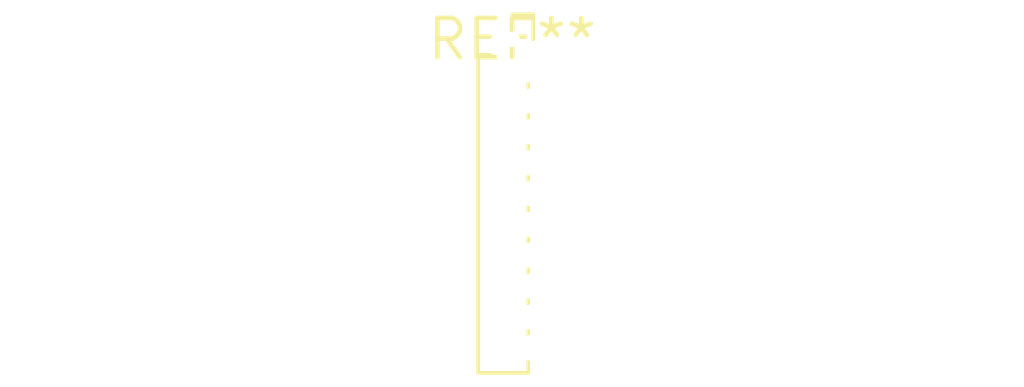
<source format=kicad_pcb>
(kicad_pcb (version 20240108) (generator pcbnew)
  (layers (0 "F.Cu" signal) (31 "B.Cu" signal) (34 "B.Paste" user) (35 "F.Paste" user) (36 "B.SilkS" user "B.Silkscreen") (37 "F.SilkS" user "F.Silkscreen") (38 "B.Mask" user) (39 "F.Mask" user) (44 "Edge.Cuts" user))
  (net 0 "")
  (footprint "PinSocket_1x11_P1.00mm_Vertical" (layer "F.Cu") (at 0 0)
    (property "Reference" "REF**")
    (property "Value" "PinSocket_1x11_P1.00mm_Vertical")
    (fp_line (start -1.1 0.5) (end -1.1 10.81) (layer "F.SilkS") (stroke (width 0.12)))
    (fp_line (start -1.1 0.5) (end -0.685 0.5) (layer "F.SilkS") (stroke (width 0.12)))
    (fp_line (start -1.1 10.81) (end 0.52 10.81) (layer "F.SilkS") (stroke (width 0.12)))
    (fp_line (start 0 -0.81) (end 0.685 -0.81) (layer "F.SilkS") (stroke (width 0.12)))
    (fp_line (start 0.52 1.445898) (end 0.52 1.554102) (layer "F.SilkS") (stroke (width 0.12)))
    (fp_line (start 0.52 2.445898) (end 0.52 2.554102) (layer "F.SilkS") (stroke (width 0.12)))
    (fp_line (start 0.52 3.445898) (end 0.52 3.554102) (layer "F.SilkS") (stroke (width 0.12)))
    (fp_line (start 0.52 4.445898) (end 0.52 4.554102) (layer "F.SilkS") (stroke (width 0.12)))
    (fp_line (start 0.52 5.445898) (end 0.52 5.554102) (layer "F.SilkS") (stroke (width 0.12)))
    (fp_line (start 0.52 6.445898) (end 0.52 6.554102) (layer "F.SilkS") (stroke (width 0.12)))
    (fp_line (start 0.52 7.445898) (end 0.52 7.554102) (layer "F.SilkS") (stroke (width 0.12)))
    (fp_line (start 0.52 8.445898) (end 0.52 8.554102) (layer "F.SilkS") (stroke (width 0.12)))
    (fp_line (start 0.52 9.445898) (end 0.52 9.554102) (layer "F.SilkS") (stroke (width 0.12)))
    (fp_line (start 0.52 10.445898) (end 0.52 10.81) (layer "F.SilkS") (stroke (width 0.12)))
    (fp_line (start 0.685 -0.81) (end 0.685 0) (layer "F.SilkS") (stroke (width 0.12)))
    (pad "1" thru_hole rect (at 0 0) (size 0.85 0.85) (drill 0.5) (layers *.Cu *.Mask) (remove_unused_layers))
    (pad "2" thru_hole oval (at 0 1) (size 0.85 0.85) (drill 0.5) (layers *.Cu *.Mask) (remove_unused_layers))
    (pad "3" thru_hole oval (at 0 2) (size 0.85 0.85) (drill 0.5) (layers *.Cu *.Mask) (remove_unused_layers))
    (pad "4" thru_hole oval (at 0 3) (size 0.85 0.85) (drill 0.5) (layers *.Cu *.Mask) (remove_unused_layers))
    (pad "5" thru_hole oval (at 0 4) (size 0.85 0.85) (drill 0.5) (layers *.Cu *.Mask) (remove_unused_layers))
    (pad "6" thru_hole oval (at 0 5) (size 0.85 0.85) (drill 0.5) (layers *.Cu *.Mask) (remove_unused_layers))
    (pad "7" thru_hole oval (at 0 6) (size 0.85 0.85) (drill 0.5) (layers *.Cu *.Mask) (remove_unused_layers))
    (pad "8" thru_hole oval (at 0 7) (size 0.85 0.85) (drill 0.5) (layers *.Cu *.Mask) (remove_unused_layers))
    (pad "9" thru_hole oval (at 0 8) (size 0.85 0.85) (drill 0.5) (layers *.Cu *.Mask) (remove_unused_layers))
    (pad "10" thru_hole oval (at 0 9) (size 0.85 0.85) (drill 0.5) (layers *.Cu *.Mask) (remove_unused_layers))
    (pad "11" thru_hole oval (at 0 10) (size 0.85 0.85) (drill 0.5) (layers *.Cu *.Mask) (remove_unused_layers))
  )
)
</source>
